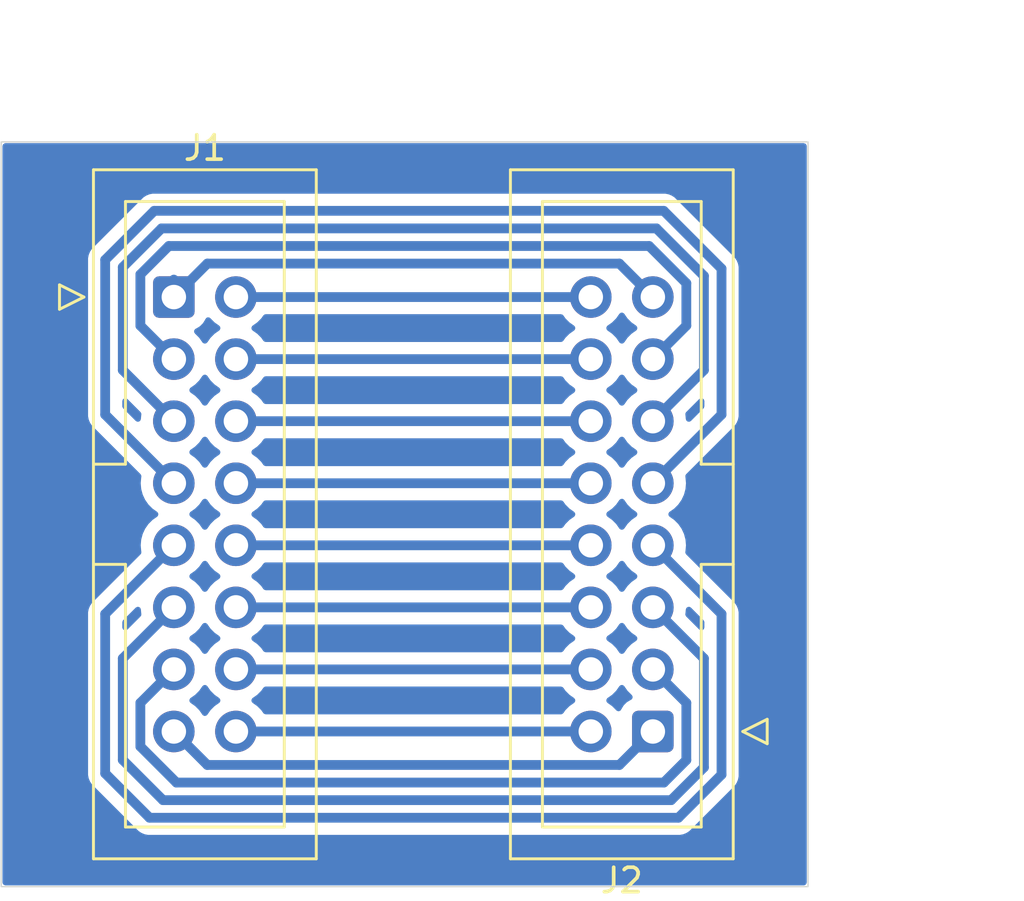
<source format=kicad_pcb>
(kicad_pcb (version 20240108) (generator "pcbnew") (generator_version "8.0")
  (layers (0 "F.Cu" signal) (31 "B.Cu" signal) (34 "B.Paste" user) (35 "F.Paste" user) (36 "B.SilkS" user "B.Silkscreen") (37 "F.SilkS" user "F.Silkscreen") (38 "B.Mask" user) (39 "F.Mask" user) (44 "Edge.Cuts" user))
  (net 0 "")
  (net 1 "Net-(J1-Pin_10)")
  (net 2 "Net-(J1-Pin_15)")
  (net 3 "Net-(J1-Pin_9)")
  (net 4 "Net-(J1-Pin_11)")
  (net 5 "Net-(J1-Pin_16)")
  (net 6 "Net-(J1-Pin_1)")
  (net 7 "Net-(J1-Pin_14)")
  (net 8 "Net-(J1-Pin_4)")
  (net 9 "Net-(J1-Pin_7)")
  (net 10 "Net-(J1-Pin_6)")
  (net 11 "Net-(J1-Pin_13)")
  (net 12 "Net-(J1-Pin_3)")
  (net 13 "Net-(J1-Pin_8)")
  (net 14 "Net-(J1-Pin_2)")
  (net 15 "Net-(J1-Pin_5)")
  (net 16 "Net-(J1-Pin_12)")
  (footprint "Connector_IDC:IDC-Header_2x08_P2.54mm_Vertical" (layer "F.Cu") (at 122.635 83.82)
    (property "Reference" "J1" (at 1.27 -6.1 0) (layer "F.SilkS"))
    (property "Value" "MIDICon")
    (fp_line (start -4.68 -0.5) (end -4.68 0.5) (stroke (width 0.12)) (layer "F.SilkS"))
    (fp_line (start -4.68 0.5) (end -3.68 0) (stroke (width 0.12)) (layer "F.SilkS"))
    (fp_line (start -3.68 0) (end -4.68 -0.5) (stroke (width 0.12)) (layer "F.SilkS"))
    (fp_line (start -3.29 -5.21) (end 5.83 -5.21) (stroke (width 0.12)) (layer "F.SilkS"))
    (fp_line (start -3.29 6.84) (end -1.98 6.84) (stroke (width 0.12)) (layer "F.SilkS"))
    (fp_line (start -3.29 22.99) (end -3.29 -5.21) (stroke (width 0.12)) (layer "F.SilkS"))
    (fp_line (start -1.98 -3.91) (end 4.52 -3.91) (stroke (width 0.12)) (layer "F.SilkS"))
    (fp_line (start -1.98 6.84) (end -1.98 -3.91) (stroke (width 0.12)) (layer "F.SilkS"))
    (fp_line (start -1.98 10.94) (end -3.29 10.94) (stroke (width 0.12)) (layer "F.SilkS"))
    (fp_line (start -1.98 10.94) (end -1.98 10.94) (stroke (width 0.12)) (layer "F.SilkS"))
    (fp_line (start -1.98 21.69) (end -1.98 10.94) (stroke (width 0.12)) (layer "F.SilkS"))
    (fp_line (start 4.52 -3.91) (end 4.52 21.69) (stroke (width 0.12)) (layer "F.SilkS"))
    (fp_line (start 4.52 21.69) (end -1.98 21.69) (stroke (width 0.12)) (layer "F.SilkS"))
    (fp_line (start 5.83 -5.21) (end 5.83 22.99) (stroke (width 0.12)) (layer "F.SilkS"))
    (fp_line (start 5.83 22.99) (end -3.29 22.99) (stroke (width 0.12)) (layer "F.SilkS"))
    (pad "1" thru_hole roundrect (at 0 0) (size 1.7 1.7) (drill 1) (layers "*.Cu" "*.Mask") (roundrect_rratio 0.147059) (net 6 "Net-(J1-Pin_1)"))
    (pad "2" thru_hole circle (at 2.54 0) (size 1.7 1.7) (drill 1) (layers "*.Cu" "*.Mask") (net 14 "Net-(J1-Pin_2)"))
    (pad "3" thru_hole circle (at 0 2.54) (size 1.7 1.7) (drill 1) (layers "*.Cu" "*.Mask") (net 12 "Net-(J1-Pin_3)"))
    (pad "4" thru_hole circle (at 2.54 2.54) (size 1.7 1.7) (drill 1) (layers "*.Cu" "*.Mask") (net 8 "Net-(J1-Pin_4)"))
    (pad "5" thru_hole circle (at 0 5.08) (size 1.7 1.7) (drill 1) (layers "*.Cu" "*.Mask") (net 15 "Net-(J1-Pin_5)"))
    (pad "6" thru_hole circle (at 2.54 5.08) (size 1.7 1.7) (drill 1) (layers "*.Cu" "*.Mask") (net 10 "Net-(J1-Pin_6)"))
    (pad "7" thru_hole circle (at 0 7.62) (size 1.7 1.7) (drill 1) (layers "*.Cu" "*.Mask") (net 9 "Net-(J1-Pin_7)"))
    (pad "8" thru_hole circle (at 2.54 7.62) (size 1.7 1.7) (drill 1) (layers "*.Cu" "*.Mask") (net 13 "Net-(J1-Pin_8)"))
    (pad "9" thru_hole circle (at 0 10.16) (size 1.7 1.7) (drill 1) (layers "*.Cu" "*.Mask") (net 3 "Net-(J1-Pin_9)"))
    (pad "10" thru_hole circle (at 2.54 10.16) (size 1.7 1.7) (drill 1) (layers "*.Cu" "*.Mask") (net 1 "Net-(J1-Pin_10)"))
    (pad "11" thru_hole circle (at 0 12.7) (size 1.7 1.7) (drill 1) (layers "*.Cu" "*.Mask") (net 4 "Net-(J1-Pin_11)"))
    (pad "12" thru_hole circle (at 2.54 12.7) (size 1.7 1.7) (drill 1) (layers "*.Cu" "*.Mask") (net 16 "Net-(J1-Pin_12)"))
    (pad "13" thru_hole circle (at 0 15.24) (size 1.7 1.7) (drill 1) (layers "*.Cu" "*.Mask") (net 11 "Net-(J1-Pin_13)"))
    (pad "14" thru_hole circle (at 2.54 15.24) (size 1.7 1.7) (drill 1) (layers "*.Cu" "*.Mask") (net 7 "Net-(J1-Pin_14)"))
    (pad "15" thru_hole circle (at 0 17.78) (size 1.7 1.7) (drill 1) (layers "*.Cu" "*.Mask") (net 2 "Net-(J1-Pin_15)"))
    (pad "16" thru_hole circle (at 2.54 17.78) (size 1.7 1.7) (drill 1) (layers "*.Cu" "*.Mask") (net 5 "Net-(J1-Pin_16)"))
  )
  (footprint "Connector_IDC:IDC-Header_2x08_P2.54mm_Vertical" (layer "F.Cu") (at 142.24 101.6 180)
    (property "Reference" "J2" (at 1.27 -6.1 360) (layer "F.SilkS"))
    (property "Value" "MIDICon")
    (fp_line (start 5.83 22.99) (end -3.29 22.99) (stroke (width 0.12)) (layer "F.SilkS"))
    (fp_line (start 5.83 -5.21) (end 5.83 22.99) (stroke (width 0.12)) (layer "F.SilkS"))
    (fp_line (start 4.52 21.69) (end -1.98 21.69) (stroke (width 0.12)) (layer "F.SilkS"))
    (fp_line (start 4.52 -3.91) (end 4.52 21.69) (stroke (width 0.12)) (layer "F.SilkS"))
    (fp_line (start -1.98 21.69) (end -1.98 10.94) (stroke (width 0.12)) (layer "F.SilkS"))
    (fp_line (start -1.98 10.94) (end -1.98 10.94) (stroke (width 0.12)) (layer "F.SilkS"))
    (fp_line (start -1.98 10.94) (end -3.29 10.94) (stroke (width 0.12)) (layer "F.SilkS"))
    (fp_line (start -1.98 6.84) (end -1.98 -3.91) (stroke (width 0.12)) (layer "F.SilkS"))
    (fp_line (start -1.98 -3.91) (end 4.52 -3.91) (stroke (width 0.12)) (layer "F.SilkS"))
    (fp_line (start -3.29 22.99) (end -3.29 -5.21) (stroke (width 0.12)) (layer "F.SilkS"))
    (fp_line (start -3.29 6.84) (end -1.98 6.84) (stroke (width 0.12)) (layer "F.SilkS"))
    (fp_line (start -3.29 -5.21) (end 5.83 -5.21) (stroke (width 0.12)) (layer "F.SilkS"))
    (fp_line (start -3.68 0) (end -4.68 -0.5) (stroke (width 0.12)) (layer "F.SilkS"))
    (fp_line (start -4.68 0.5) (end -3.68 0) (stroke (width 0.12)) (layer "F.SilkS"))
    (fp_line (start -4.68 -0.5) (end -4.68 0.5) (stroke (width 0.12)) (layer "F.SilkS"))
    (pad "1" thru_hole roundrect (at 0 0 180) (size 1.7 1.7) (drill 1) (layers "*.Cu" "*.Mask") (roundrect_rratio 0.147059) (net 2 "Net-(J1-Pin_15)"))
    (pad "2" thru_hole circle (at 2.54 0 180) (size 1.7 1.7) (drill 1) (layers "*.Cu" "*.Mask") (net 5 "Net-(J1-Pin_16)"))
    (pad "3" thru_hole circle (at 0 2.54 180) (size 1.7 1.7) (drill 1) (layers "*.Cu" "*.Mask") (net 11 "Net-(J1-Pin_13)"))
    (pad "4" thru_hole circle (at 2.54 2.54 180) (size 1.7 1.7) (drill 1) (layers "*.Cu" "*.Mask") (net 7 "Net-(J1-Pin_14)"))
    (pad "5" thru_hole circle (at 0 5.08 180) (size 1.7 1.7) (drill 1) (layers "*.Cu" "*.Mask") (net 4 "Net-(J1-Pin_11)"))
    (pad "6" thru_hole circle (at 2.54 5.08 180) (size 1.7 1.7) (drill 1) (layers "*.Cu" "*.Mask") (net 16 "Net-(J1-Pin_12)"))
    (pad "7" thru_hole circle (at 0 7.62 180) (size 1.7 1.7) (drill 1) (layers "*.Cu" "*.Mask") (net 3 "Net-(J1-Pin_9)"))
    (pad "8" thru_hole circle (at 2.54 7.62 180) (size 1.7 1.7) (drill 1) (layers "*.Cu" "*.Mask") (net 1 "Net-(J1-Pin_10)"))
    (pad "9" thru_hole circle (at 0 10.16 180) (size 1.7 1.7) (drill 1) (layers "*.Cu" "*.Mask") (net 9 "Net-(J1-Pin_7)"))
    (pad "10" thru_hole circle (at 2.54 10.16 180) (size 1.7 1.7) (drill 1) (layers "*.Cu" "*.Mask") (net 13 "Net-(J1-Pin_8)"))
    (pad "11" thru_hole circle (at 0 12.7 180) (size 1.7 1.7) (drill 1) (layers "*.Cu" "*.Mask") (net 15 "Net-(J1-Pin_5)"))
    (pad "12" thru_hole circle (at 2.54 12.7 180) (size 1.7 1.7) (drill 1) (layers "*.Cu" "*.Mask") (net 10 "Net-(J1-Pin_6)"))
    (pad "13" thru_hole circle (at 0 15.24 180) (size 1.7 1.7) (drill 1) (layers "*.Cu" "*.Mask") (net 12 "Net-(J1-Pin_3)"))
    (pad "14" thru_hole circle (at 2.54 15.24 180) (size 1.7 1.7) (drill 1) (layers "*.Cu" "*.Mask") (net 8 "Net-(J1-Pin_4)"))
    (pad "15" thru_hole circle (at 0 17.78 180) (size 1.7 1.7) (drill 1) (layers "*.Cu" "*.Mask") (net 6 "Net-(J1-Pin_1)"))
    (pad "16" thru_hole circle (at 2.54 17.78 180) (size 1.7 1.7) (drill 1) (layers "*.Cu" "*.Mask") (net 14 "Net-(J1-Pin_2)"))
  )
  (gr_rect (start 115.57 77.47) (end 148.59 107.95) (stroke (width 0.05)) (fill none) (layer "Edge.Cuts"))
  (segment (start 125.175 93.98) (end 139.7 93.98) (width 0.4) (layer "B.Cu") (net 1))
  (segment (start 124.005 102.97) (end 140.87 102.97) (width 0.4) (layer "B.Cu") (net 2))
  (segment (start 140.87 102.97) (end 142.24 101.6) (width 0.4) (layer "B.Cu") (net 2))
  (segment (start 122.635 101.6) (end 124.005 102.97) (width 0.4) (layer "B.Cu") (net 2))
  (segment (start 119.825 103.315) (end 121.64 105.13) (width 0.4) (layer "B.Cu") (net 3))
  (segment (start 145.05 103.366468) (end 145.05 96.79) (width 0.4) (layer "B.Cu") (net 3))
  (segment (start 119.825 96.79) (end 119.825 103.315) (width 0.4) (layer "B.Cu") (net 3))
  (segment (start 122.635 93.98) (end 119.825 96.79) (width 0.4) (layer "B.Cu") (net 3))
  (segment (start 143.286468 105.13) (end 145.05 103.366468) (width 0.4) (layer "B.Cu") (net 3))
  (segment (start 145.05 96.79) (end 142.24 93.98) (width 0.4) (layer "B.Cu") (net 3))
  (segment (start 121.64 105.13) (end 143.286468 105.13) (width 0.4) (layer "B.Cu") (net 3))
  (segment (start 122.19 104.41) (end 142.988234 104.41) (width 0.4) (layer "B.Cu") (net 4))
  (segment (start 144.33 98.61) (end 142.24 96.52) (width 0.4) (layer "B.Cu") (net 4))
  (segment (start 142.988234 104.41) (end 144.33 103.068234) (width 0.4) (layer "B.Cu") (net 4))
  (segment (start 122.635 96.52) (end 120.545 98.61) (width 0.4) (layer "B.Cu") (net 4))
  (segment (start 144.33 103.068234) (end 144.33 98.61) (width 0.4) (layer "B.Cu") (net 4))
  (segment (start 120.545 98.61) (end 120.545 102.765) (width 0.4) (layer "B.Cu") (net 4))
  (segment (start 120.545 102.765) (end 122.19 104.41) (width 0.4) (layer "B.Cu") (net 4))
  (segment (start 139.7 101.6) (end 125.175 101.6) (width 0.4) (layer "B.Cu") (net 5))
  (segment (start 122.635 83.82) (end 124.005 82.45) (width 0.4) (layer "B.Cu") (net 6))
  (segment (start 122.635 83.82) (end 122.635 83.105) (width 0.4) (layer "B.Cu") (net 6))
  (segment (start 140.87 82.45) (end 142.24 83.82) (width 0.4) (layer "B.Cu") (net 6))
  (segment (start 124.005 82.45) (end 140.87 82.45) (width 0.4) (layer "B.Cu") (net 6))
  (segment (start 125.175 99.06) (end 139.7 99.06) (width 0.4) (layer "B.Cu") (net 7))
  (segment (start 139.7 86.36) (end 125.175 86.36) (width 0.4) (layer "B.Cu") (net 8))
  (segment (start 119.825 82.29766) (end 121.83266 80.29) (width 0.4) (layer "B.Cu") (net 9))
  (segment (start 142.683941 80.29) (end 145.05 82.656059) (width 0.4) (layer "B.Cu") (net 9))
  (segment (start 121.83266 80.29) (end 142.683941 80.29) (width 0.4) (layer "B.Cu") (net 9))
  (segment (start 119.825 88.63) (end 119.825 82.29766) (width 0.4) (layer "B.Cu") (net 9))
  (segment (start 122.635 91.44) (end 119.825 88.63) (width 0.4) (layer "B.Cu") (net 9))
  (segment (start 145.05 82.656059) (end 145.05 88.63) (width 0.4) (layer "B.Cu") (net 9))
  (segment (start 145.05 88.63) (end 142.24 91.44) (width 0.4) (layer "B.Cu") (net 9))
  (segment (start 125.175 88.9) (end 139.7 88.9) (width 0.4) (layer "B.Cu") (net 10))
  (segment (start 143.61 102.77) (end 142.69 103.69) (width 0.4) (layer "B.Cu") (net 11))
  (segment (start 122.74 103.69) (end 121.265 102.215) (width 0.4) (layer "B.Cu") (net 11))
  (segment (start 121.265 100.43) (end 122.635 99.06) (width 0.4) (layer "B.Cu") (net 11))
  (segment (start 142.24 99.06) (end 143.61 100.43) (width 0.4) (layer "B.Cu") (net 11))
  (segment (start 121.265 102.215) (end 121.265 100.43) (width 0.4) (layer "B.Cu") (net 11))
  (segment (start 143.61 100.43) (end 143.61 102.77) (width 0.4) (layer "B.Cu") (net 11))
  (segment (start 142.69 103.69) (end 122.74 103.69) (width 0.4) (layer "B.Cu") (net 11))
  (segment (start 143.61 83.252527) (end 143.61 84.99) (width 0.4) (layer "B.Cu") (net 12))
  (segment (start 142.087473 81.73) (end 143.61 83.252527) (width 0.4) (layer "B.Cu") (net 12))
  (segment (start 121.265 82.894128) (end 122.429128 81.73) (width 0.4) (layer "B.Cu") (net 12))
  (segment (start 122.429128 81.73) (end 142.087473 81.73) (width 0.4) (layer "B.Cu") (net 12))
  (segment (start 121.265 84.99) (end 121.265 82.894128) (width 0.4) (layer "B.Cu") (net 12))
  (segment (start 143.61 84.99) (end 142.24 86.36) (width 0.4) (layer "B.Cu") (net 12))
  (segment (start 122.635 86.36) (end 121.265 84.99) (width 0.4) (layer "B.Cu") (net 12))
  (segment (start 139.7 91.44) (end 125.175 91.44) (width 0.4) (layer "B.Cu") (net 13))
  (segment (start 125.175 83.82) (end 139.7 83.82) (width 0.4) (layer "B.Cu") (net 14))
  (segment (start 144.33 86.81) (end 142.24 88.9) (width 0.4) (layer "B.Cu") (net 15))
  (segment (start 120.545 86.81) (end 120.545 82.595894) (width 0.4) (layer "B.Cu") (net 15))
  (segment (start 142.385707 81.01) (end 144.33 82.954293) (width 0.4) (layer "B.Cu") (net 15))
  (segment (start 122.635 88.9) (end 120.545 86.81) (width 0.4) (layer "B.Cu") (net 15))
  (segment (start 144.33 82.954293) (end 144.33 86.81) (width 0.4) (layer "B.Cu") (net 15))
  (segment (start 122.130894 81.01) (end 142.385707 81.01) (width 0.4) (layer "B.Cu") (net 15))
  (segment (start 120.545 82.595894) (end 122.130894 81.01) (width 0.4) (layer "B.Cu") (net 15))
  (segment (start 139.7 96.52) (end 125.175 96.52) (width 0.4) (layer "B.Cu") (net 16))
  (zone (net 0) (net_name "") (layer "B.Cu") (connect_pads (clearance 0.5)) (min_thickness 0.25) (fill yes (thermal_gap 0.5) (thermal_bridge_width 0.5) (island_removal_mode 1) (island_area_min 10))
    (polygon (pts (xy 115.57 77.47) (xy 148.59 77.47) (xy 148.59 107.95) (xy 115.57 107.95)))
  )
)
</source>
